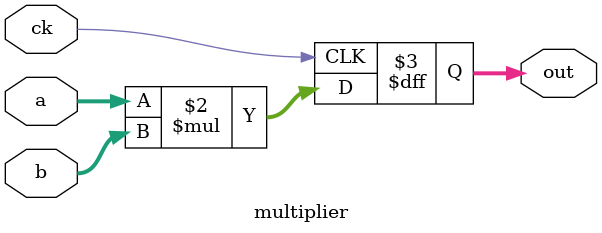
<source format=v>

   /*
    *
    */

module multiplier(
    input wire ck,
    input wire [15:0] a,
    input wire [15:0] b,
    output reg [31:0] out
);

    always @(posedge ck) begin
        out <= a * b;
    end

endmodule



</source>
